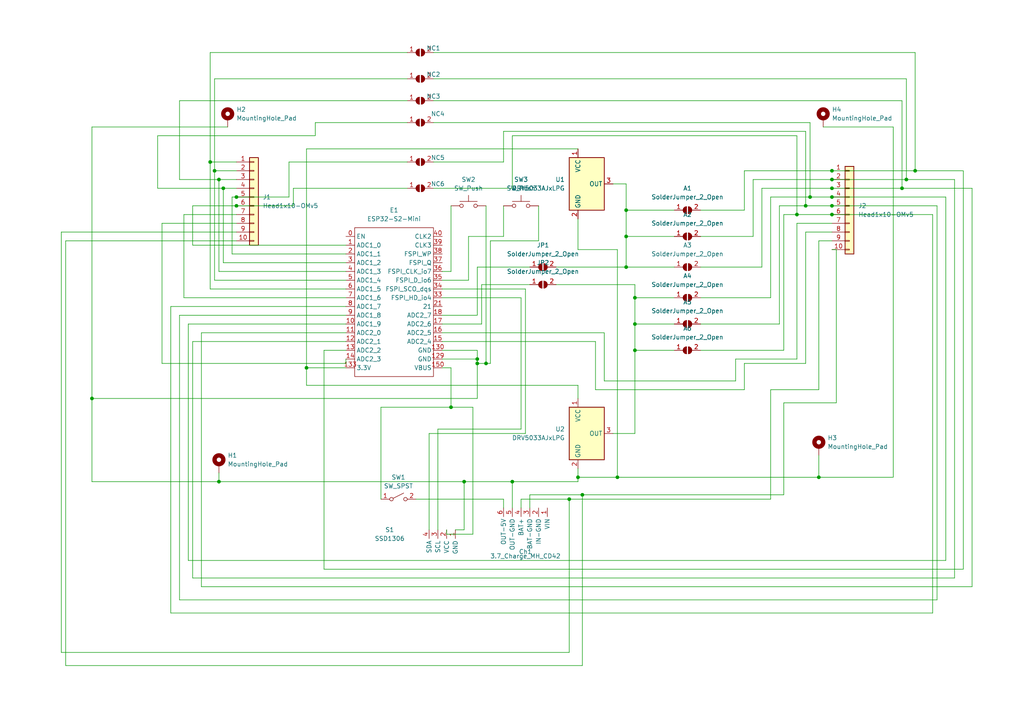
<source format=kicad_sch>
(kicad_sch (version 20211123) (generator eeschema)
  (paper "A4")
  (lib_symbols
    (symbol "00TURFPTAx:3.7_Charge_MH_CD42"
      (property "Reference" "Ch" (at 0 2.54 0))
      (property "Value" "3.7_Charge_MH_CD42" (at 0 0 0))
      (symbol "3.7_Charge_MH_CD42_1_1"
        (pin input line (at 0 -16.51 180) (length 2.54) (name "VIN") (number "1"))
        (pin input line (at 0 -13.97 180) (length 2.54) (name "IN-GND") (number "2"))
        (pin input line (at 0 -11.43 180) (length 2.54) (name "BAT-GND") (number "3"))
        (pin input line (at 0 -8.89 180) (length 2.54) (name "BAT+") (number "4"))
        (pin input line (at 0 -6.35 180) (length 2.54) (name "OUT-GND") (number "5"))
        (pin input line (at 0 -3.81 180) (length 2.54) (name "OUT-5V") (number "6"))
      )
    )
    (symbol "00TURFPTAx:ESP32-S2-Mini"
      (property "Reference" "E" (at 0 0 0))
      (property "Value" "ESP32-S2-Mini" (at 0 -1.27 0))
      (symbol "ESP32-S2-Mini_0_1"
        (rectangle (start -11.43 -5.08) (end 11.43 -48.26))
      )
      (symbol "ESP32-S2-Mini_1_1"
        (pin input line (at -13.97 -7.62 0) (length 2.54) (name "EN") (number "0"))
        (pin input line (at -13.97 -10.16 0) (length 2.54) (name "ADC1_0") (number "1"))
        (pin input line (at -13.97 -33.02 0) (length 2.54) (name "ADC1_9") (number "10"))
        (pin input line (at -13.97 -35.56 0) (length 2.54) (name "ADC2_0") (number "11"))
        (pin input line (at -13.97 -38.1 0) (length 2.54) (name "ADC2_1") (number "12"))
        (pin input line (at 13.97 -43.18 180) (length 2.54) (name "GND") (number "129"))
        (pin input line (at -13.97 -40.64 0) (length 2.54) (name "ADC2_2") (number "13"))
        (pin input line (at 13.97 -40.64 180) (length 2.54) (name "GND") (number "130"))
        (pin input line (at -13.97 -45.72 0) (length 2.54) (name "3.3V") (number "133"))
        (pin input line (at -13.97 -43.18 0) (length 2.54) (name "ADC2_3") (number "14"))
        (pin input line (at 13.97 -38.1 180) (length 2.54) (name "ADC2_4") (number "15"))
        (pin input line (at 13.97 -45.72 180) (length 2.54) (name "VBUS") (number "150"))
        (pin input line (at 13.97 -35.56 180) (length 2.54) (name "ADC2_5") (number "16"))
        (pin input line (at 13.97 -33.02 180) (length 2.54) (name "ADC2_6") (number "17"))
        (pin input line (at 13.97 -30.48 180) (length 2.54) (name "ADC2_7") (number "18"))
        (pin input line (at -13.97 -12.7 0) (length 2.54) (name "ADC1_1") (number "2"))
        (pin input line (at 13.97 -27.94 180) (length 2.54) (name "21") (number "21"))
        (pin input line (at -13.97 -15.24 0) (length 2.54) (name "ADC1_2") (number "3"))
        (pin input line (at 13.97 -25.4 180) (length 2.54) (name "FSPI_HD_io4") (number "33"))
        (pin input line (at 13.97 -22.86 180) (length 2.54) (name "FSPI_SCO_dqs") (number "34"))
        (pin input line (at 13.97 -20.32 180) (length 2.54) (name "FSPI_D_io6") (number "35"))
        (pin input line (at 13.97 -17.78 180) (length 2.54) (name "FSPI_CLK_io7") (number "36"))
        (pin input line (at 13.97 -15.24 180) (length 2.54) (name "FSPI_Q") (number "37"))
        (pin input line (at 13.97 -12.7 180) (length 2.54) (name "FSPI_WP") (number "38"))
        (pin input line (at 13.97 -10.16 180) (length 2.54) (name "CLK3") (number "39"))
        (pin input line (at -13.97 -17.78 0) (length 2.54) (name "ADC1_3") (number "4"))
        (pin input line (at 13.97 -7.62 180) (length 2.54) (name "CLK2") (number "40"))
        (pin input line (at -13.97 -20.32 0) (length 2.54) (name "ADC1_4") (number "5"))
        (pin input line (at -13.97 -22.86 0) (length 2.54) (name "ADC1_5") (number "6"))
        (pin input line (at -13.97 -25.4 0) (length 2.54) (name "ADC1_6") (number "7"))
        (pin input line (at -13.97 -27.94 0) (length 2.54) (name "ADC1_7") (number "8"))
        (pin input line (at -13.97 -30.48 0) (length 2.54) (name "ADC1_8") (number "9"))
      )
    )
    (symbol "00TURFPTAx:Head1x10-OMv5" (pin_names (offset 1.016) hide)
      (property "Reference" "J" (at 0 12.7 0))
      (property "Value" "Head1x10-OMv5" (at 0 -15.24 0))
      (symbol "Head1x10-OMv5_1_1"
        (rectangle (start -1.27 -12.573) (end 0 -12.827) (stroke (width 0.1524)))
        (rectangle (start -1.27 -10.033) (end 0 -10.287) (stroke (width 0.1524)))
        (rectangle (start -1.27 -7.493) (end 0 -7.747) (stroke (width 0.1524)))
        (rectangle (start -1.27 -4.953) (end 0 -5.207) (stroke (width 0.1524)))
        (rectangle (start -1.27 -2.413) (end 0 -2.667) (stroke (width 0.1524)))
        (rectangle (start -1.27 0.127) (end 0 -0.127) (stroke (width 0.1524)))
        (rectangle (start -1.27 2.667) (end 0 2.413) (stroke (width 0.1524)))
        (rectangle (start -1.27 5.207) (end 0 4.953) (stroke (width 0.1524)))
        (rectangle (start -1.27 7.747) (end 0 7.493) (stroke (width 0.1524)))
        (rectangle (start -1.27 10.287) (end 0 10.033) (stroke (width 0.1524)))
        (rectangle (start -1.27 11.43) (end 1.27 -13.97) (stroke (width 0.254)) (fill (type background)))
        (pin passive line (at -5.08 10.16 0) (length 3.81) (name "ACD0") (number "1"))
        (pin passive line (at -5.08 -12.7 0) (length 3.81) (name "Pin_10") (number "10"))
        (pin passive line (at -5.08 7.62 0) (length 3.81) (name "ADC1") (number "2"))
        (pin passive line (at -5.08 5.08 0) (length 3.81) (name "Pin_3") (number "3"))
        (pin passive line (at -5.08 2.54 0) (length 3.81) (name "Pin_4") (number "4"))
        (pin passive line (at -5.08 0 0) (length 3.81) (name "Pin_5") (number "5"))
        (pin passive line (at -5.08 -2.54 0) (length 3.81) (name "Pin_6") (number "6"))
        (pin passive line (at -5.08 -5.08 0) (length 3.81) (name "Pin_7") (number "7"))
        (pin passive line (at -5.08 -7.62 0) (length 3.81) (name "Pin_8") (number "8"))
        (pin passive line (at -5.08 -10.16 0) (length 3.81) (name "Pin_9") (number "9"))
      )
    )
    (symbol "00TURFPTAx:SSD1306"
      (property "Reference" "S" (at 0 0 0))
      (property "Value" "SSD1306" (at 0 0 0))
      (symbol "SSD1306_1_1"
        (pin input line (at 0 -10.16 180) (length 2.54) (name "GND") (number "1"))
        (pin input line (at 0 -7.62 180) (length 2.54) (name "VCC") (number "2"))
        (pin input line (at 0 -5.08 180) (length 2.54) (name "SCL") (number "3"))
        (pin input line (at 0 -2.54 180) (length 2.54) (name "SDA") (number "4"))
      )
    )
    (symbol "Jumper:SolderJumper_2_Open" (pin_names (offset 0) hide)
      (property "Reference" "JP" (at 0 2.032 0))
      (property "Value" "SolderJumper_2_Open" (at 0 -2.54 0))
      (symbol "SolderJumper_2_Open_0_1"
        (arc (start -0.254 1.016) (mid -1.27 0) (end -0.254 -1.016))
        (arc (start -0.254 1.016) (mid -1.27 0) (end -0.254 -1.016) (fill (type outline)))
        (polyline (pts (xy -0.254 1.016) (xy -0.254 -1.016)))
        (polyline (pts (xy 0.254 1.016) (xy 0.254 -1.016)))
        (arc (start 0.254 -1.016) (mid 1.27 0) (end 0.254 1.016))
        (arc (start 0.254 -1.016) (mid 1.27 0) (end 0.254 1.016) (fill (type outline)))
      )
      (symbol "SolderJumper_2_Open_1_1"
        (pin passive line (at -3.81 0 0) (length 2.54) (name "A") (number "1"))
        (pin passive line (at 3.81 0 180) (length 2.54) (name "B") (number "2"))
      )
    )
    (symbol "Mechanical:MountingHole_Pad" (pin_numbers hide) (pin_names (offset 1.016) hide)
      (property "Reference" "H" (at 0 6.35 0))
      (property "Value" "MountingHole_Pad" (at 0 4.445 0))
      (symbol "MountingHole_Pad_0_1"
        (circle (center 0 1.27) (radius 1.27) (stroke (width 1.27)))
      )
      (symbol "MountingHole_Pad_1_1"
        (pin input line (at 0 -2.54 90) (length 2.54) (name "1") (number "1"))
      )
    )
    (symbol "Sensor_Magnetic:DRV5033AJxLPG"
      (property "Reference" "U" (at 5.08 12.7 0))
      (property "Value" "DRV5033AJxLPG" (at 7.62 10.16 0))
      (symbol "DRV5033AJxLPG_1_1"
        (rectangle (start -5.08 7.62) (end 5.08 -7.62) (stroke (width 0.254)) (fill (type background)))
        (pin power_in line (at -2.54 10.16 270) (length 2.54) (name "VCC") (number "1"))
        (pin power_in line (at -2.54 -10.16 90) (length 2.54) (name "GND") (number "2"))
        (pin output line (at 7.62 0 180) (length 2.54) (name "OUT") (number "3"))
      )
    )
    (symbol "Switch:SW_Push" (pin_numbers hide) (pin_names (offset 1.016) hide)
      (property "Reference" "SW" (at 1.27 2.54 0))
      (property "Value" "SW_Push" (at 0 -1.524 0))
      (symbol "SW_Push_0_1"
        (circle (center -2.032 0) (radius 0.508))
        (polyline (pts (xy 0 1.27) (xy 0 3.048)))
        (polyline (pts (xy 2.54 1.27) (xy -2.54 1.27)))
        (circle (center 2.032 0) (radius 0.508))
        (pin passive line (at -5.08 0 0) (length 2.54) (name "1") (number "1"))
        (pin passive line (at 5.08 0 180) (length 2.54) (name "2") (number "2"))
      )
    )
    (symbol "Switch:SW_SPST" (pin_names (offset 0) hide)
      (property "Reference" "SW" (at 0 3.175 0))
      (property "Value" "SW_SPST" (at 0 -2.54 0))
      (symbol "SW_SPST_0_0"
        (circle (center -2.032 0) (radius 0.508))
        (polyline (pts (xy -1.524 0.254) (xy 1.524 1.778)))
        (circle (center 2.032 0) (radius 0.508))
      )
      (symbol "SW_SPST_1_1"
        (pin passive line (at -5.08 0 0) (length 2.54) (name "A") (number "1"))
        (pin passive line (at 5.08 0 180) (length 2.54) (name "B") (number "2"))
      )
    )
  )
  (junction (at 261.62 54.61))
  (junction (at 168.91 143.51))
  (junction (at 184.15 86.36))
  (junction (at 134.62 139.7))
  (junction (at 88.9 106.68))
  (junction (at 165.1 144.78))
  (junction (at 138.43 105.41))
  (junction (at 262.89 52.07))
  (junction (at 148.59 139.7))
  (junction (at 184.15 101.6))
  (junction (at 68.58 57.15))
  (junction (at 241.3 59.69))
  (junction (at 241.3 62.23))
  (junction (at 26.67 115.57))
  (junction (at 179.07 138.43))
  (junction (at 181.61 60.96))
  (junction (at 68.58 59.69))
  (junction (at 140.97 105.41))
  (junction (at 231.14 62.23))
  (junction (at 241.3 52.07))
  (junction (at 62.23 49.53))
  (junction (at 167.64 138.43))
  (junction (at 63.5 139.7))
  (junction (at 138.43 104.14))
  (junction (at 184.15 93.98))
  (junction (at 233.68 59.69))
  (junction (at 241.3 49.53))
  (junction (at 60.96 46.99))
  (junction (at 237.49 138.43))
  (junction (at 63.5 52.07))
  (junction (at 234.95 57.15))
  (junction (at 64.77 54.61))
  (junction (at 181.61 77.47))
  (junction (at 130.81 118.11))
  (junction (at 265.43 49.53))
  (junction (at 241.3 57.15))
  (junction (at 241.3 54.61))
  (junction (at 181.61 68.58))
  (wire (pts (xy 281.94 170.18) (xy 281.94 54.61)))
  (wire (pts (xy 125.73 46.99) (xy 146.05 46.99)))
  (wire (pts (xy 241.3 49.53) (xy 265.43 49.53)))
  (wire (pts (xy 234.95 57.15) (xy 241.3 57.15)))
  (wire (pts (xy 110.49 144.78) (xy 110.49 118.11)))
  (wire (pts (xy 271.78 173.99) (xy 52.07 173.99)))
  (wire (pts (xy 17.78 189.23) (xy 165.1 189.23)))
  (wire (pts (xy 128.27 86.36) (xy 151.13 86.36)))
  (wire (pts (xy 63.5 78.74) (xy 63.5 52.07)))
  (wire (pts (xy 177.8 125.73) (xy 184.15 125.73)))
  (wire (pts (xy 265.43 49.53) (xy 279.4 49.53)))
  (wire (pts (xy 168.91 143.51) (xy 227.33 143.51)))
  (wire (pts (xy 138.43 77.47) (xy 138.43 91.44)))
  (wire (pts (xy 125.73 35.56) (xy 234.95 35.56)))
  (wire (pts (xy 153.67 143.51) (xy 168.91 143.51)))
  (wire (pts (xy 146.05 38.1) (xy 233.68 38.1)))
  (wire (pts (xy 156.21 59.69) (xy 156.21 69.85)))
  (wire (pts (xy 125.73 22.86) (xy 262.89 22.86)))
  (wire (pts (xy 223.52 57.15) (xy 234.95 57.15)))
  (wire (pts (xy 203.2 77.47) (xy 220.98 77.47)))
  (wire (pts (xy 118.11 15.24) (xy 60.96 15.24)))
  (wire (pts (xy 26.67 115.57) (xy 138.43 115.57)))
  (wire (pts (xy 279.4 165.1) (xy 279.4 49.53)))
  (wire (pts (xy 129.54 153.67) (xy 129.54 154.94)))
  (wire (pts (xy 227.33 116.84) (xy 242.57 116.84)))
  (wire (pts (xy 181.61 77.47) (xy 195.58 77.47)))
  (wire (pts (xy 203.2 60.96) (xy 215.9 60.96)))
  (wire (pts (xy 181.61 68.58) (xy 181.61 77.47)))
  (wire (pts (xy 276.86 167.64) (xy 276.86 52.07)))
  (wire (pts (xy 60.96 46.99) (xy 68.58 46.99)))
  (wire (pts (xy 100.33 76.2) (xy 64.77 76.2)))
  (wire (pts (xy 55.88 99.06) (xy 55.88 167.64)))
  (wire (pts (xy 49.53 177.8) (xy 270.51 177.8)))
  (wire (pts (xy 54.61 93.98) (xy 100.33 93.98)))
  (wire (pts (xy 139.7 82.55) (xy 139.7 93.98)))
  (wire (pts (xy 100.33 78.74) (xy 63.5 78.74)))
  (wire (pts (xy 233.68 67.31) (xy 241.3 67.31)))
  (wire (pts (xy 184.15 86.36) (xy 195.58 86.36)))
  (wire (pts (xy 67.31 57.15) (xy 68.58 57.15)))
  (wire (pts (xy 167.64 72.39) (xy 179.07 72.39)))
  (wire (pts (xy 118.11 46.99) (xy 83.82 46.99)))
  (wire (pts (xy 142.24 105.41) (xy 140.97 105.41)))
  (wire (pts (xy 26.67 36.83) (xy 66.04 36.83)))
  (wire (pts (xy 91.44 39.37) (xy 45.72 39.37)))
  (wire (pts (xy 231.14 104.14) (xy 231.14 64.77)))
  (wire (pts (xy 135.89 68.58) (xy 146.05 68.58)))
  (wire (pts (xy 58.42 96.52) (xy 58.42 170.18)))
  (wire (pts (xy 153.67 77.47) (xy 138.43 77.47)))
  (wire (pts (xy 127 124.46) (xy 127 153.67)))
  (wire (pts (xy 238.76 36.83) (xy 259.08 36.83)))
  (wire (pts (xy 146.05 147.32) (xy 146.05 144.78)))
  (wire (pts (xy 55.88 167.64) (xy 276.86 167.64)))
  (wire (pts (xy 184.15 93.98) (xy 184.15 101.6)))
  (wire (pts (xy 184.15 93.98) (xy 195.58 93.98)))
  (wire (pts (xy 55.88 71.12) (xy 55.88 59.69)))
  (wire (pts (xy 128.27 96.52) (xy 175.26 96.52)))
  (wire (pts (xy 177.8 53.34) (xy 181.61 53.34)))
  (wire (pts (xy 137.16 118.11) (xy 130.81 118.11)))
  (wire (pts (xy 172.72 113.03) (xy 215.9 113.03)))
  (wire (pts (xy 213.36 104.14) (xy 231.14 104.14)))
  (wire (pts (xy 52.07 91.44) (xy 100.33 91.44)))
  (wire (pts (xy 83.82 46.99) (xy 83.82 57.15)))
  (wire (pts (xy 181.61 60.96) (xy 195.58 60.96)))
  (wire (pts (xy 241.3 52.07) (xy 262.89 52.07)))
  (wire (pts (xy 184.15 101.6) (xy 184.15 125.73)))
  (wire (pts (xy 231.14 39.37) (xy 231.14 62.23)))
  (wire (pts (xy 100.33 101.6) (xy 93.98 101.6)))
  (wire (pts (xy 167.64 63.5) (xy 167.64 72.39)))
  (wire (pts (xy 237.49 113.03) (xy 237.49 69.85)))
  (wire (pts (xy 52.07 173.99) (xy 52.07 91.44)))
  (wire (pts (xy 148.59 39.37) (xy 231.14 39.37)))
  (wire (pts (xy 19.05 193.04) (xy 168.91 193.04)))
  (wire (pts (xy 93.98 165.1) (xy 279.4 165.1)))
  (wire (pts (xy 68.58 62.23) (xy 53.34 62.23)))
  (wire (pts (xy 146.05 46.99) (xy 146.05 38.1)))
  (wire (pts (xy 26.67 115.57) (xy 26.67 36.83)))
  (wire (pts (xy 271.78 59.69) (xy 271.78 173.99)))
  (wire (pts (xy 67.31 73.66) (xy 67.31 57.15)))
  (wire (pts (xy 62.23 49.53) (xy 68.58 49.53)))
  (wire (pts (xy 167.64 138.43) (xy 179.07 138.43)))
  (wire (pts (xy 223.52 144.78) (xy 223.52 113.03)))
  (wire (pts (xy 242.57 72.39) (xy 241.3 72.39)))
  (wire (pts (xy 167.64 115.57) (xy 167.64 111.76)))
  (wire (pts (xy 151.13 147.32) (xy 151.13 144.78)))
  (wire (pts (xy 60.96 15.24) (xy 60.96 46.99)))
  (wire (pts (xy 129.54 154.94) (xy 137.16 154.94)))
  (wire (pts (xy 233.68 105.41) (xy 233.68 67.31)))
  (wire (pts (xy 139.7 93.98) (xy 128.27 93.98)))
  (wire (pts (xy 153.67 147.32) (xy 153.67 143.51)))
  (wire (pts (xy 146.05 68.58) (xy 146.05 59.69)))
  (wire (pts (xy 118.11 29.21) (xy 52.07 29.21)))
  (wire (pts (xy 241.3 57.15) (xy 274.32 57.15)))
  (wire (pts (xy 118.11 22.86) (xy 62.23 22.86)))
  (wire (pts (xy 128.27 81.28) (xy 135.89 81.28)))
  (wire (pts (xy 195.58 101.6) (xy 184.15 101.6)))
  (wire (pts (xy 203.2 68.58) (xy 218.44 68.58)))
  (wire (pts (xy 233.68 59.69) (xy 241.3 59.69)))
  (wire (pts (xy 45.72 39.37) (xy 45.72 54.61)))
  (wire (pts (xy 46.99 64.77) (xy 46.99 105.41)))
  (wire (pts (xy 241.3 62.23) (xy 270.51 62.23)))
  (wire (pts (xy 85.09 54.61) (xy 85.09 59.69)))
  (wire (pts (xy 91.44 35.56) (xy 91.44 39.37)))
  (wire (pts (xy 237.49 138.43) (xy 259.08 138.43)))
  (wire (pts (xy 130.81 118.11) (xy 130.81 106.68)))
  (wire (pts (xy 179.07 72.39) (xy 179.07 138.43)))
  (wire (pts (xy 262.89 52.07) (xy 276.86 52.07)))
  (wire (pts (xy 138.43 91.44) (xy 128.27 91.44)))
  (wire (pts (xy 168.91 143.51) (xy 168.91 193.04)))
  (wire (pts (xy 152.4 83.82) (xy 152.4 125.73)))
  (wire (pts (xy 45.72 54.61) (xy 64.77 54.61)))
  (wire (pts (xy 134.62 139.7) (xy 148.59 139.7)))
  (wire (pts (xy 146.05 144.78) (xy 120.65 144.78)))
  (wire (pts (xy 128.27 99.06) (xy 172.72 99.06)))
  (wire (pts (xy 181.61 68.58) (xy 195.58 68.58)))
  (wire (pts (xy 233.68 38.1) (xy 233.68 59.69)))
  (wire (pts (xy 215.9 105.41) (xy 233.68 105.41)))
  (wire (pts (xy 142.24 69.85) (xy 142.24 105.41)))
  (wire (pts (xy 241.3 54.61) (xy 261.62 54.61)))
  (wire (pts (xy 26.67 115.57) (xy 26.67 139.7)))
  (wire (pts (xy 68.58 67.31) (xy 17.78 67.31)))
  (wire (pts (xy 161.29 77.47) (xy 181.61 77.47)))
  (wire (pts (xy 128.27 104.14) (xy 138.43 104.14)))
  (wire (pts (xy 63.5 139.7) (xy 134.62 139.7)))
  (wire (pts (xy 218.44 52.07) (xy 241.3 52.07)))
  (wire (pts (xy 220.98 54.61) (xy 241.3 54.61)))
  (wire (pts (xy 184.15 82.55) (xy 184.15 86.36)))
  (wire (pts (xy 138.43 104.14) (xy 138.43 105.41)))
  (wire (pts (xy 17.78 67.31) (xy 17.78 189.23)))
  (wire (pts (xy 165.1 189.23) (xy 165.1 144.78)))
  (wire (pts (xy 172.72 99.06) (xy 172.72 113.03)))
  (wire (pts (xy 151.13 144.78) (xy 165.1 144.78)))
  (wire (pts (xy 60.96 83.82) (xy 60.96 46.99)))
  (wire (pts (xy 93.98 101.6) (xy 93.98 165.1)))
  (wire (pts (xy 100.33 73.66) (xy 67.31 73.66)))
  (wire (pts (xy 88.9 106.68) (xy 100.33 106.68)))
  (wire (pts (xy 140.97 105.41) (xy 138.43 105.41)))
  (wire (pts (xy 85.09 59.69) (xy 68.58 59.69)))
  (wire (pts (xy 215.9 60.96) (xy 215.9 49.53)))
  (wire (pts (xy 152.4 125.73) (xy 124.46 125.73)))
  (wire (pts (xy 137.16 154.94) (xy 137.16 118.11)))
  (wire (pts (xy 88.9 111.76) (xy 88.9 106.68)))
  (wire (pts (xy 270.51 177.8) (xy 270.51 62.23)))
  (wire (pts (xy 128.27 83.82) (xy 152.4 83.82)))
  (wire (pts (xy 64.77 76.2) (xy 64.77 54.61)))
  (wire (pts (xy 63.5 137.16) (xy 63.5 139.7)))
  (wire (pts (xy 68.58 69.85) (xy 19.05 69.85)))
  (wire (pts (xy 179.07 138.43) (xy 237.49 138.43)))
  (wire (pts (xy 223.52 113.03) (xy 237.49 113.03)))
  (wire (pts (xy 118.11 54.61) (xy 85.09 54.61)))
  (wire (pts (xy 148.59 139.7) (xy 148.59 147.32)))
  (wire (pts (xy 46.99 105.41) (xy 100.33 105.41)))
  (wire (pts (xy 175.26 110.49) (xy 213.36 110.49)))
  (wire (pts (xy 184.15 93.98) (xy 184.15 86.36)))
  (wire (pts (xy 265.43 15.24) (xy 265.43 49.53)))
  (wire (pts (xy 132.08 153.67) (xy 134.62 153.67)))
  (wire (pts (xy 237.49 69.85) (xy 241.3 69.85)))
  (wire (pts (xy 140.97 59.69) (xy 140.97 105.41)))
  (wire (pts (xy 55.88 59.69) (xy 68.58 59.69)))
  (wire (pts (xy 203.2 86.36) (xy 223.52 86.36)))
  (wire (pts (xy 227.33 143.51) (xy 227.33 116.84)))
  (wire (pts (xy 274.32 162.56) (xy 54.61 162.56)))
  (wire (pts (xy 175.26 96.52) (xy 175.26 110.49)))
  (wire (pts (xy 148.59 54.61) (xy 148.59 39.37)))
  (wire (pts (xy 220.98 77.47) (xy 220.98 54.61)))
  (wire (pts (xy 125.73 15.24) (xy 265.43 15.24)))
  (wire (pts (xy 125.73 54.61) (xy 148.59 54.61)))
  (wire (pts (xy 58.42 170.18) (xy 281.94 170.18)))
  (wire (pts (xy 215.9 49.53) (xy 241.3 49.53)))
  (wire (pts (xy 213.36 110.49) (xy 213.36 104.14)))
  (wire (pts (xy 203.2 93.98) (xy 226.06 93.98)))
  (wire (pts (xy 241.3 59.69) (xy 271.78 59.69)))
  (wire (pts (xy 161.29 82.55) (xy 184.15 82.55)))
  (wire (pts (xy 151.13 124.46) (xy 127 124.46)))
  (wire (pts (xy 261.62 54.61) (xy 281.94 54.61)))
  (wire (pts (xy 226.06 59.69) (xy 233.68 59.69)))
  (wire (pts (xy 134.62 153.67) (xy 134.62 139.7)))
  (wire (pts (xy 151.13 86.36) (xy 151.13 124.46)))
  (wire (pts (xy 125.73 29.21) (xy 261.62 29.21)))
  (wire (pts (xy 261.62 29.21) (xy 261.62 54.61)))
  (wire (pts (xy 68.58 57.15) (xy 83.82 57.15)))
  (wire (pts (xy 135.89 81.28) (xy 135.89 68.58)))
  (wire (pts (xy 231.14 64.77) (xy 241.3 64.77)))
  (wire (pts (xy 52.07 52.07) (xy 63.5 52.07)))
  (wire (pts (xy 100.33 105.41) (xy 100.33 104.14)))
  (wire (pts (xy 138.43 105.41) (xy 138.43 115.57)))
  (wire (pts (xy 218.44 68.58) (xy 218.44 52.07)))
  (wire (pts (xy 130.81 106.68) (xy 128.27 106.68)))
  (wire (pts (xy 88.9 43.18) (xy 88.9 106.68)))
  (wire (pts (xy 54.61 162.56) (xy 54.61 93.98)))
  (wire (pts (xy 118.11 35.56) (xy 91.44 35.56)))
  (wire (pts (xy 153.67 82.55) (xy 139.7 82.55)))
  (wire (pts (xy 19.05 69.85) (xy 19.05 193.04)))
  (wire (pts (xy 53.34 86.36) (xy 100.33 86.36)))
  (wire (pts (xy 167.64 111.76) (xy 88.9 111.76)))
  (wire (pts (xy 167.64 135.89) (xy 167.64 138.43)))
  (wire (pts (xy 156.21 69.85) (xy 142.24 69.85)))
  (wire (pts (xy 138.43 101.6) (xy 138.43 104.14)))
  (wire (pts (xy 100.33 83.82) (xy 60.96 83.82)))
  (wire (pts (xy 215.9 113.03) (xy 215.9 105.41)))
  (wire (pts (xy 167.64 43.18) (xy 88.9 43.18)))
  (wire (pts (xy 62.23 81.28) (xy 62.23 49.53)))
  (wire (pts (xy 124.46 125.73) (xy 124.46 153.67)))
  (wire (pts (xy 242.57 116.84) (xy 242.57 72.39)))
  (wire (pts (xy 181.61 53.34) (xy 181.61 60.96)))
  (wire (pts (xy 100.33 99.06) (xy 55.88 99.06)))
  (wire (pts (xy 226.06 93.98) (xy 226.06 59.69)))
  (wire (pts (xy 62.23 22.86) (xy 62.23 49.53)))
  (wire (pts (xy 231.14 62.23) (xy 241.3 62.23)))
  (wire (pts (xy 167.64 139.7) (xy 167.64 138.43)))
  (wire (pts (xy 128.27 101.6) (xy 138.43 101.6)))
  (wire (pts (xy 63.5 52.07) (xy 68.58 52.07)))
  (wire (pts (xy 128.27 78.74) (xy 130.81 78.74)))
  (wire (pts (xy 274.32 57.15) (xy 274.32 162.56)))
  (wire (pts (xy 110.49 118.11) (xy 130.81 118.11)))
  (wire (pts (xy 148.59 139.7) (xy 167.64 139.7)))
  (wire (pts (xy 227.33 101.6) (xy 227.33 62.23)))
  (wire (pts (xy 26.67 139.7) (xy 63.5 139.7)))
  (wire (pts (xy 52.07 29.21) (xy 52.07 52.07)))
  (wire (pts (xy 262.89 22.86) (xy 262.89 52.07)))
  (wire (pts (xy 259.08 36.83) (xy 259.08 138.43)))
  (wire (pts (xy 49.53 88.9) (xy 49.53 177.8)))
  (wire (pts (xy 100.33 96.52) (xy 58.42 96.52)))
  (wire (pts (xy 227.33 62.23) (xy 231.14 62.23)))
  (wire (pts (xy 165.1 144.78) (xy 223.52 144.78)))
  (wire (pts (xy 53.34 62.23) (xy 53.34 86.36)))
  (wire (pts (xy 64.77 54.61) (xy 68.58 54.61)))
  (wire (pts (xy 237.49 132.08) (xy 237.49 138.43)))
  (wire (pts (xy 55.88 71.12) (xy 100.33 71.12)))
  (wire (pts (xy 181.61 60.96) (xy 181.61 68.58)))
  (wire (pts (xy 100.33 81.28) (xy 62.23 81.28)))
  (wire (pts (xy 130.81 78.74) (xy 130.81 59.69)))
  (wire (pts (xy 203.2 101.6) (xy 227.33 101.6)))
  (wire (pts (xy 100.33 88.9) (xy 49.53 88.9)))
  (wire (pts (xy 234.95 35.56) (xy 234.95 57.15)))
  (wire (pts (xy 223.52 86.36) (xy 223.52 57.15)))
  (wire (pts (xy 68.58 64.77) (xy 46.99 64.77)))
  (symbol (lib_id "Jumper:SolderJumper_2_Open") (at 157.48 77.47 0) (unit 1)
    (property "Reference" "JP1" (at 157.48 71.12 0))
    (property "Value" "SolderJumper_2_Open" (at 157.48 73.66 0))
    (property "Footprint" "Jumper:SolderJumper-2_P1.3mm_Open_TrianglePad1.0x1.5mm" (effects hide))
  )
  (symbol (lib_id "00TURFPTAx:3.7_Charge_MH_CD42") (at 142.24 147.32 90) (unit 1)
    (property "Reference" "Ch1" (at 152.4 160.02 90))
    (property "Value" "3.7_Charge_MH_CD42" (at 152.4 161.29 90))
    (property "Footprint" "Connector_PinHeader_2.54mm:PinHeader_1x06_P2.54mm_Vertical" (effects hide))
  )
  (symbol (lib_id "Switch:SW_Push") (at 151.13 59.69 0) (unit 1)
    (property "Reference" "SW3" (at 151.13 52.07 0))
    (property "Value" "SW_Push" (at 151.13 54.61 0))
    (property "Footprint" "Button_Switch_THT:SW_PUSH_6mm" (effects hide))
  )
  (symbol (lib_id "Jumper:SolderJumper_2_Open") (at 199.39 101.6 0) (unit 1)
    (property "Reference" "A6" (at 199.39 95.25 0))
    (property "Value" "SolderJumper_2_Open" (at 199.39 97.79 0))
    (property "Footprint" "Jumper:SolderJumper-2_P1.3mm_Open_TrianglePad1.0x1.5mm" (effects hide))
  )
  (symbol (lib_id "Jumper:SolderJumper_2_Open") (at 199.39 86.36 0) (unit 1)
    (property "Reference" "A4" (at 199.39 80.01 0))
    (property "Value" "SolderJumper_2_Open" (at 199.39 82.55 0))
    (property "Footprint" "Jumper:SolderJumper-2_P1.3mm_Open_TrianglePad1.0x1.5mm" (effects hide))
  )
  (symbol (lib_id "Jumper:SolderJumper_2_Open") (at 121.92 29.21 0) (unit 1)
    (property "Reference" "NC3" (at 125.73 27.94 0))
    (property "Value" "SolderJumper_2_Open" (effects hide))
    (property "Footprint" "Jumper:SolderJumper-2_P1.3mm_Open_TrianglePad1.0x1.5mm" (effects hide))
  )
  (symbol (lib_id "Mechanical:MountingHole_Pad") (at 238.76 34.29 0) (unit 1)
    (property "Reference" "H4" (at 241.3 31.7499 0) (effects (justify left)))
    (property "Value" "MountingHole_Pad" (at 241.3 34.2899 0) (effects (justify left)))
    (property "Footprint" "MountingHole:MountingHole_2.2mm_M2_Pad" (effects hide))
  )
  (symbol (lib_id "Mechanical:MountingHole_Pad") (at 63.5 134.62 0) (unit 1)
    (property "Reference" "H1" (at 66.04 132.0799 0) (effects (justify left)))
    (property "Value" "MountingHole_Pad" (at 66.04 134.6199 0) (effects (justify left)))
    (property "Footprint" "MountingHole:MountingHole_2.2mm_M2_Pad" (effects hide))
  )
  (symbol (lib_id "Jumper:SolderJumper_2_Open") (at 121.92 54.61 0) (unit 1)
    (property "Reference" "NC6" (at 127 53.34 0))
    (property "Value" "SolderJumper_2_Open" (effects hide))
    (property "Footprint" "Jumper:SolderJumper-2_P1.3mm_Open_TrianglePad1.0x1.5mm" (effects hide))
  )
  (symbol (lib_id "Switch:SW_Push") (at 135.89 59.69 0) (unit 1)
    (property "Reference" "SW2" (at 135.89 52.07 0))
    (property "Value" "SW_Push" (at 135.89 54.61 0))
    (property "Footprint" "Button_Switch_THT:SW_PUSH_6mm" (effects hide))
  )
  (symbol (lib_id "Switch:SW_SPST") (at 115.57 144.78 0) (unit 1)
    (property "Reference" "SW1" (at 115.57 138.43 0))
    (property "Value" "SW_SPST" (at 115.57 140.97 0))
    (property "Footprint" "Connector_PinHeader_2.54mm:PinHeader_1x03_P2.54mm_Vertical" (effects hide))
  )
  (symbol (lib_id "00TURFPTAx:Head1x10-OMv5") (at 73.66 57.15 0) (unit 1)
    (property "Reference" "J1" (at 76.2 57.1499 0) (effects (justify left)))
    (property "Value" "Head1x10-OMv5" (at 76.2 59.6899 0) (effects (justify left)))
    (property "Footprint" "Connector_PinHeader_2.54mm:PinHeader_1x10_P2.54mm_Vertical" (effects hide))
  )
  (symbol (lib_id "Jumper:SolderJumper_2_Open") (at 199.39 93.98 0) (unit 1)
    (property "Reference" "A5" (at 199.39 87.63 0))
    (property "Value" "SolderJumper_2_Open" (at 199.39 90.17 0))
    (property "Footprint" "Jumper:SolderJumper-2_P1.3mm_Open_TrianglePad1.0x1.5mm" (effects hide))
  )
  (symbol (lib_id "00TURFPTAx:ESP32-S2-Mini") (at 114.3 60.96 0) (unit 1)
    (property "Reference" "E1" (at 114.3 60.96 0))
    (property "Value" "ESP32-S2-Mini" (at 114.3 63.5 0))
    (property "Footprint" "00TTXfootprint:ESP32-S2-mini" (effects hide))
  )
  (symbol (lib_id "Jumper:SolderJumper_2_Open") (at 121.92 22.86 0) (unit 1)
    (property "Reference" "NC2" (at 125.73 21.59 0))
    (property "Value" "SolderJumper_2_Open" (effects hide))
    (property "Footprint" "Jumper:SolderJumper-2_P1.3mm_Open_TrianglePad1.0x1.5mm" (effects hide))
  )
  (symbol (lib_id "Jumper:SolderJumper_2_Open") (at 121.92 46.99 0) (unit 1)
    (property "Reference" "NC5" (at 127 45.72 0))
    (property "Value" "SolderJumper_2_Open" (effects hide))
    (property "Footprint" "Jumper:SolderJumper-2_P1.3mm_Open_TrianglePad1.0x1.5mm" (effects hide))
  )
  (symbol (lib_id "Mechanical:MountingHole_Pad") (at 237.49 129.54 0) (unit 1)
    (property "Reference" "H3" (at 240.03 126.9999 0) (effects (justify left)))
    (property "Value" "MountingHole_Pad" (at 240.03 129.5399 0) (effects (justify left)))
    (property "Footprint" "MountingHole:MountingHole_2.2mm_M2_Pad" (effects hide))
  )
  (symbol (lib_id "Sensor_Magnetic:DRV5033AJxLPG") (at 170.18 53.34 0) (unit 1)
    (property "Reference" "U1" (at 163.83 52.0699 0) (effects (justify right)))
    (property "Value" "DRV5033AJxLPG" (at 163.83 54.6099 0) (effects (justify right)))
    (property "Footprint" "Package_TO_SOT_THT:TO-92_Inline" (effects hide))
    (property "Datasheet" "https://www.ti.com/lit/ds/symlink/drv5033.pdf" (effects hide))
  )
  (symbol (lib_id "Jumper:SolderJumper_2_Open") (at 121.92 15.24 0) (unit 1)
    (property "Reference" "NC1" (at 125.73 13.97 0))
    (property "Value" "SolderJumper_2_Open" (effects hide))
    (property "Footprint" "Jumper:SolderJumper-2_P1.3mm_Open_TrianglePad1.0x1.5mm" (effects hide))
  )
  (symbol (lib_id "Jumper:SolderJumper_2_Open") (at 199.39 68.58 0) (unit 1)
    (property "Reference" "A2" (at 199.39 62.23 0))
    (property "Value" "SolderJumper_2_Open" (at 199.39 64.77 0))
    (property "Footprint" "Jumper:SolderJumper-2_P1.3mm_Open_TrianglePad1.0x1.5mm" (effects hide))
  )
  (symbol (lib_id "Jumper:SolderJumper_2_Open") (at 121.92 35.56 0) (unit 1)
    (property "Reference" "NC4" (at 127 33.02 0))
    (property "Value" "SolderJumper_2_Open" (effects hide))
    (property "Footprint" "Jumper:SolderJumper-2_P1.3mm_Open_TrianglePad1.0x1.5mm" (effects hide))
  )
  (symbol (lib_id "Mechanical:MountingHole_Pad") (at 66.04 34.29 0) (unit 1)
    (property "Reference" "H2" (at 68.58 31.7499 0) (effects (justify left)))
    (property "Value" "MountingHole_Pad" (at 68.58 34.2899 0) (effects (justify left)))
    (property "Footprint" "MountingHole:MountingHole_2.2mm_M2_Pad" (effects hide))
  )
  (symbol (lib_id "Jumper:SolderJumper_2_Open") (at 199.39 60.96 0) (unit 1)
    (property "Reference" "A1" (at 199.39 54.61 0))
    (property "Value" "SolderJumper_2_Open" (at 199.39 57.15 0))
    (property "Footprint" "Jumper:SolderJumper-2_P1.3mm_Open_TrianglePad1.0x1.5mm" (effects hide))
  )
  (symbol (lib_id "Jumper:SolderJumper_2_Open") (at 157.48 82.55 0) (unit 1)
    (property "Reference" "JP2" (at 157.48 76.2 0))
    (property "Value" "SolderJumper_2_Open" (at 157.48 78.74 0))
    (property "Footprint" "Jumper:SolderJumper-2_P1.3mm_Open_TrianglePad1.0x1.5mm" (effects hide))
  )
  (symbol (lib_id "00TURFPTAx:SSD1306") (at 121.92 153.67 90) (unit 1)
    (property "Reference" "S1" (at 113.03 153.67 90))
    (property "Value" "SSD1306" (at 113.03 156.21 90))
    (property "Footprint" "Connector_PinHeader_2.54mm:PinHeader_1x04_P2.54mm_Vertical" (effects hide))
  )
  (symbol (lib_id "Sensor_Magnetic:DRV5033AJxLPG") (at 170.18 125.73 0) (unit 1)
    (property "Reference" "U2" (at 163.83 124.4599 0) (effects (justify right)))
    (property "Value" "DRV5033AJxLPG" (at 163.83 126.9999 0) (effects (justify right)))
    (property "Footprint" "Package_TO_SOT_THT:TO-92_Inline" (effects hide))
    (property "Datasheet" "https://www.ti.com/lit/ds/symlink/drv5033.pdf" (effects hide))
  )
  (symbol (lib_id "Jumper:SolderJumper_2_Open") (at 199.39 77.47 0) (unit 1)
    (property "Reference" "A3" (at 199.39 71.12 0))
    (property "Value" "SolderJumper_2_Open" (at 199.39 73.66 0))
    (property "Footprint" "Jumper:SolderJumper-2_P1.3mm_Open_TrianglePad1.0x1.5mm" (effects hide))
  )
  (symbol (lib_id "00TURFPTAx:Head1x10-OMv5") (at 246.38 59.69 0) (unit 1)
    (property "Reference" "J2" (at 248.92 59.6899 0) (effects (justify left)))
    (property "Value" "Head1x10-OMv5" (at 248.92 62.2299 0) (effects (justify left)))
    (property "Footprint" "Connector_PinHeader_2.54mm:PinHeader_1x10_P2.54mm_Vertical" (effects hide))
  )
)
</source>
